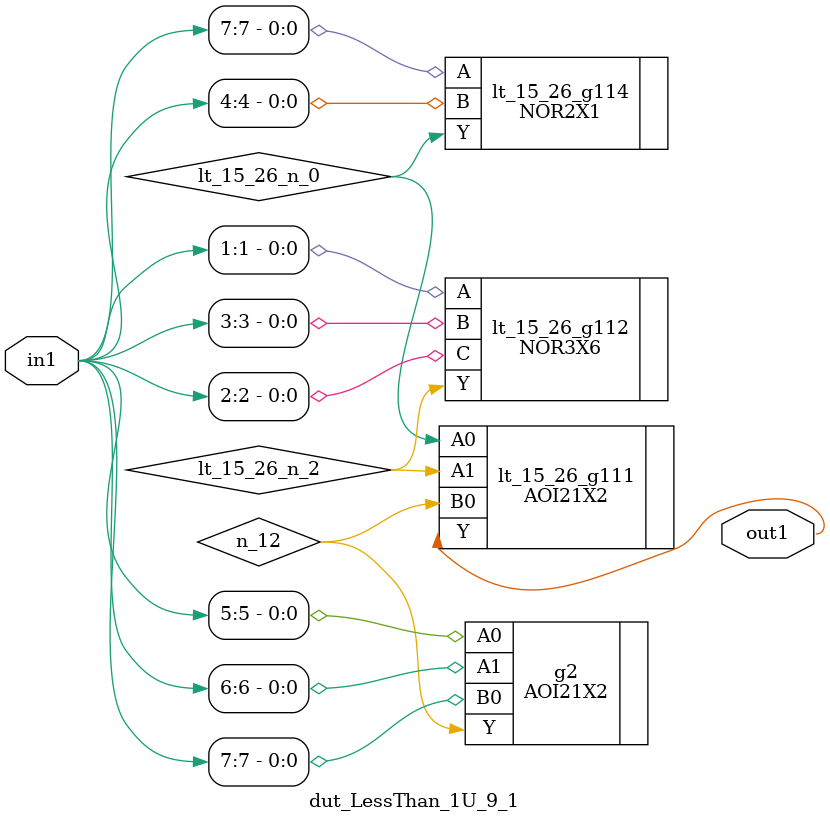
<source format=v>
`timescale 1ps / 1ps


module dut_LessThan_1U_9_1(in1, out1);
  input [7:0] in1;
  output out1;
  wire [7:0] in1;
  wire out1;
  wire lt_15_26_n_0, lt_15_26_n_2, n_12;
  AOI21X2 lt_15_26_g111(.A0 (lt_15_26_n_0), .A1 (lt_15_26_n_2), .B0
       (n_12), .Y (out1));
  NOR3X6 lt_15_26_g112(.A (in1[1]), .B (in1[3]), .C (in1[2]), .Y
       (lt_15_26_n_2));
  NOR2X1 lt_15_26_g114(.A (in1[7]), .B (in1[4]), .Y (lt_15_26_n_0));
  AOI21X2 g2(.A0 (in1[5]), .A1 (in1[6]), .B0 (in1[7]), .Y (n_12));
endmodule



</source>
